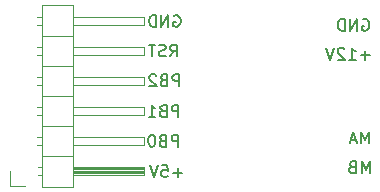
<source format=gbr>
%TF.GenerationSoftware,KiCad,Pcbnew,7.0.2-0*%
%TF.CreationDate,2023-04-20T17:34:09-07:00*%
%TF.ProjectId,RagGuard_V1,52616747-7561-4726-945f-56312e6b6963,rev?*%
%TF.SameCoordinates,Original*%
%TF.FileFunction,Legend,Bot*%
%TF.FilePolarity,Positive*%
%FSLAX46Y46*%
G04 Gerber Fmt 4.6, Leading zero omitted, Abs format (unit mm)*
G04 Created by KiCad (PCBNEW 7.0.2-0) date 2023-04-20 17:34:09*
%MOMM*%
%LPD*%
G01*
G04 APERTURE LIST*
%ADD10C,0.150000*%
%ADD11C,0.120000*%
G04 APERTURE END LIST*
D10*
X194710742Y-136092151D02*
X194710742Y-135092151D01*
X194710742Y-135092151D02*
X194329790Y-135092151D01*
X194329790Y-135092151D02*
X194234552Y-135139770D01*
X194234552Y-135139770D02*
X194186933Y-135187389D01*
X194186933Y-135187389D02*
X194139314Y-135282627D01*
X194139314Y-135282627D02*
X194139314Y-135425484D01*
X194139314Y-135425484D02*
X194186933Y-135520722D01*
X194186933Y-135520722D02*
X194234552Y-135568341D01*
X194234552Y-135568341D02*
X194329790Y-135615960D01*
X194329790Y-135615960D02*
X194710742Y-135615960D01*
X193377409Y-135568341D02*
X193234552Y-135615960D01*
X193234552Y-135615960D02*
X193186933Y-135663579D01*
X193186933Y-135663579D02*
X193139314Y-135758817D01*
X193139314Y-135758817D02*
X193139314Y-135901674D01*
X193139314Y-135901674D02*
X193186933Y-135996912D01*
X193186933Y-135996912D02*
X193234552Y-136044532D01*
X193234552Y-136044532D02*
X193329790Y-136092151D01*
X193329790Y-136092151D02*
X193710742Y-136092151D01*
X193710742Y-136092151D02*
X193710742Y-135092151D01*
X193710742Y-135092151D02*
X193377409Y-135092151D01*
X193377409Y-135092151D02*
X193282171Y-135139770D01*
X193282171Y-135139770D02*
X193234552Y-135187389D01*
X193234552Y-135187389D02*
X193186933Y-135282627D01*
X193186933Y-135282627D02*
X193186933Y-135377865D01*
X193186933Y-135377865D02*
X193234552Y-135473103D01*
X193234552Y-135473103D02*
X193282171Y-135520722D01*
X193282171Y-135520722D02*
X193377409Y-135568341D01*
X193377409Y-135568341D02*
X193710742Y-135568341D01*
X192758361Y-135187389D02*
X192710742Y-135139770D01*
X192710742Y-135139770D02*
X192615504Y-135092151D01*
X192615504Y-135092151D02*
X192377409Y-135092151D01*
X192377409Y-135092151D02*
X192282171Y-135139770D01*
X192282171Y-135139770D02*
X192234552Y-135187389D01*
X192234552Y-135187389D02*
X192186933Y-135282627D01*
X192186933Y-135282627D02*
X192186933Y-135377865D01*
X192186933Y-135377865D02*
X192234552Y-135520722D01*
X192234552Y-135520722D02*
X192805980Y-136092151D01*
X192805980Y-136092151D02*
X192186933Y-136092151D01*
X210839712Y-143442049D02*
X210839712Y-142442049D01*
X210839712Y-142442049D02*
X210506379Y-143156334D01*
X210506379Y-143156334D02*
X210173046Y-142442049D01*
X210173046Y-142442049D02*
X210173046Y-143442049D01*
X209363522Y-142918239D02*
X209220665Y-142965858D01*
X209220665Y-142965858D02*
X209173046Y-143013477D01*
X209173046Y-143013477D02*
X209125427Y-143108715D01*
X209125427Y-143108715D02*
X209125427Y-143251572D01*
X209125427Y-143251572D02*
X209173046Y-143346810D01*
X209173046Y-143346810D02*
X209220665Y-143394430D01*
X209220665Y-143394430D02*
X209315903Y-143442049D01*
X209315903Y-143442049D02*
X209696855Y-143442049D01*
X209696855Y-143442049D02*
X209696855Y-142442049D01*
X209696855Y-142442049D02*
X209363522Y-142442049D01*
X209363522Y-142442049D02*
X209268284Y-142489668D01*
X209268284Y-142489668D02*
X209220665Y-142537287D01*
X209220665Y-142537287D02*
X209173046Y-142632525D01*
X209173046Y-142632525D02*
X209173046Y-142727763D01*
X209173046Y-142727763D02*
X209220665Y-142823001D01*
X209220665Y-142823001D02*
X209268284Y-142870620D01*
X209268284Y-142870620D02*
X209363522Y-142918239D01*
X209363522Y-142918239D02*
X209696855Y-142918239D01*
X210238095Y-130425238D02*
X210333333Y-130377619D01*
X210333333Y-130377619D02*
X210476190Y-130377619D01*
X210476190Y-130377619D02*
X210619047Y-130425238D01*
X210619047Y-130425238D02*
X210714285Y-130520476D01*
X210714285Y-130520476D02*
X210761904Y-130615714D01*
X210761904Y-130615714D02*
X210809523Y-130806190D01*
X210809523Y-130806190D02*
X210809523Y-130949047D01*
X210809523Y-130949047D02*
X210761904Y-131139523D01*
X210761904Y-131139523D02*
X210714285Y-131234761D01*
X210714285Y-131234761D02*
X210619047Y-131330000D01*
X210619047Y-131330000D02*
X210476190Y-131377619D01*
X210476190Y-131377619D02*
X210380952Y-131377619D01*
X210380952Y-131377619D02*
X210238095Y-131330000D01*
X210238095Y-131330000D02*
X210190476Y-131282380D01*
X210190476Y-131282380D02*
X210190476Y-130949047D01*
X210190476Y-130949047D02*
X210380952Y-130949047D01*
X209761904Y-131377619D02*
X209761904Y-130377619D01*
X209761904Y-130377619D02*
X209190476Y-131377619D01*
X209190476Y-131377619D02*
X209190476Y-130377619D01*
X208714285Y-131377619D02*
X208714285Y-130377619D01*
X208714285Y-130377619D02*
X208476190Y-130377619D01*
X208476190Y-130377619D02*
X208333333Y-130425238D01*
X208333333Y-130425238D02*
X208238095Y-130520476D01*
X208238095Y-130520476D02*
X208190476Y-130615714D01*
X208190476Y-130615714D02*
X208142857Y-130806190D01*
X208142857Y-130806190D02*
X208142857Y-130949047D01*
X208142857Y-130949047D02*
X208190476Y-131139523D01*
X208190476Y-131139523D02*
X208238095Y-131234761D01*
X208238095Y-131234761D02*
X208333333Y-131330000D01*
X208333333Y-131330000D02*
X208476190Y-131377619D01*
X208476190Y-131377619D02*
X208714285Y-131377619D01*
X194638236Y-141206243D02*
X194638236Y-140206243D01*
X194638236Y-140206243D02*
X194257284Y-140206243D01*
X194257284Y-140206243D02*
X194162046Y-140253862D01*
X194162046Y-140253862D02*
X194114427Y-140301481D01*
X194114427Y-140301481D02*
X194066808Y-140396719D01*
X194066808Y-140396719D02*
X194066808Y-140539576D01*
X194066808Y-140539576D02*
X194114427Y-140634814D01*
X194114427Y-140634814D02*
X194162046Y-140682433D01*
X194162046Y-140682433D02*
X194257284Y-140730052D01*
X194257284Y-140730052D02*
X194638236Y-140730052D01*
X193304903Y-140682433D02*
X193162046Y-140730052D01*
X193162046Y-140730052D02*
X193114427Y-140777671D01*
X193114427Y-140777671D02*
X193066808Y-140872909D01*
X193066808Y-140872909D02*
X193066808Y-141015766D01*
X193066808Y-141015766D02*
X193114427Y-141111004D01*
X193114427Y-141111004D02*
X193162046Y-141158624D01*
X193162046Y-141158624D02*
X193257284Y-141206243D01*
X193257284Y-141206243D02*
X193638236Y-141206243D01*
X193638236Y-141206243D02*
X193638236Y-140206243D01*
X193638236Y-140206243D02*
X193304903Y-140206243D01*
X193304903Y-140206243D02*
X193209665Y-140253862D01*
X193209665Y-140253862D02*
X193162046Y-140301481D01*
X193162046Y-140301481D02*
X193114427Y-140396719D01*
X193114427Y-140396719D02*
X193114427Y-140491957D01*
X193114427Y-140491957D02*
X193162046Y-140587195D01*
X193162046Y-140587195D02*
X193209665Y-140634814D01*
X193209665Y-140634814D02*
X193304903Y-140682433D01*
X193304903Y-140682433D02*
X193638236Y-140682433D01*
X192447760Y-140206243D02*
X192352522Y-140206243D01*
X192352522Y-140206243D02*
X192257284Y-140253862D01*
X192257284Y-140253862D02*
X192209665Y-140301481D01*
X192209665Y-140301481D02*
X192162046Y-140396719D01*
X192162046Y-140396719D02*
X192114427Y-140587195D01*
X192114427Y-140587195D02*
X192114427Y-140825290D01*
X192114427Y-140825290D02*
X192162046Y-141015766D01*
X192162046Y-141015766D02*
X192209665Y-141111004D01*
X192209665Y-141111004D02*
X192257284Y-141158624D01*
X192257284Y-141158624D02*
X192352522Y-141206243D01*
X192352522Y-141206243D02*
X192447760Y-141206243D01*
X192447760Y-141206243D02*
X192542998Y-141158624D01*
X192542998Y-141158624D02*
X192590617Y-141111004D01*
X192590617Y-141111004D02*
X192638236Y-141015766D01*
X192638236Y-141015766D02*
X192685855Y-140825290D01*
X192685855Y-140825290D02*
X192685855Y-140587195D01*
X192685855Y-140587195D02*
X192638236Y-140396719D01*
X192638236Y-140396719D02*
X192590617Y-140301481D01*
X192590617Y-140301481D02*
X192542998Y-140253862D01*
X192542998Y-140253862D02*
X192447760Y-140206243D01*
X210807119Y-140932442D02*
X210807119Y-139932442D01*
X210807119Y-139932442D02*
X210473786Y-140646727D01*
X210473786Y-140646727D02*
X210140453Y-139932442D01*
X210140453Y-139932442D02*
X210140453Y-140932442D01*
X209711881Y-140646727D02*
X209235691Y-140646727D01*
X209807119Y-140932442D02*
X209473786Y-139932442D01*
X209473786Y-139932442D02*
X209140453Y-140932442D01*
X193942947Y-133567434D02*
X194276280Y-133091243D01*
X194514375Y-133567434D02*
X194514375Y-132567434D01*
X194514375Y-132567434D02*
X194133423Y-132567434D01*
X194133423Y-132567434D02*
X194038185Y-132615053D01*
X194038185Y-132615053D02*
X193990566Y-132662672D01*
X193990566Y-132662672D02*
X193942947Y-132757910D01*
X193942947Y-132757910D02*
X193942947Y-132900767D01*
X193942947Y-132900767D02*
X193990566Y-132996005D01*
X193990566Y-132996005D02*
X194038185Y-133043624D01*
X194038185Y-133043624D02*
X194133423Y-133091243D01*
X194133423Y-133091243D02*
X194514375Y-133091243D01*
X193561994Y-133519815D02*
X193419137Y-133567434D01*
X193419137Y-133567434D02*
X193181042Y-133567434D01*
X193181042Y-133567434D02*
X193085804Y-133519815D01*
X193085804Y-133519815D02*
X193038185Y-133472195D01*
X193038185Y-133472195D02*
X192990566Y-133376957D01*
X192990566Y-133376957D02*
X192990566Y-133281719D01*
X192990566Y-133281719D02*
X193038185Y-133186481D01*
X193038185Y-133186481D02*
X193085804Y-133138862D01*
X193085804Y-133138862D02*
X193181042Y-133091243D01*
X193181042Y-133091243D02*
X193371518Y-133043624D01*
X193371518Y-133043624D02*
X193466756Y-132996005D01*
X193466756Y-132996005D02*
X193514375Y-132948386D01*
X193514375Y-132948386D02*
X193561994Y-132853148D01*
X193561994Y-132853148D02*
X193561994Y-132757910D01*
X193561994Y-132757910D02*
X193514375Y-132662672D01*
X193514375Y-132662672D02*
X193466756Y-132615053D01*
X193466756Y-132615053D02*
X193371518Y-132567434D01*
X193371518Y-132567434D02*
X193133423Y-132567434D01*
X193133423Y-132567434D02*
X192990566Y-132615053D01*
X192704851Y-132567434D02*
X192133423Y-132567434D01*
X192419137Y-133567434D02*
X192419137Y-132567434D01*
X194264600Y-130099140D02*
X194359838Y-130051521D01*
X194359838Y-130051521D02*
X194502695Y-130051521D01*
X194502695Y-130051521D02*
X194645552Y-130099140D01*
X194645552Y-130099140D02*
X194740790Y-130194378D01*
X194740790Y-130194378D02*
X194788409Y-130289616D01*
X194788409Y-130289616D02*
X194836028Y-130480092D01*
X194836028Y-130480092D02*
X194836028Y-130622949D01*
X194836028Y-130622949D02*
X194788409Y-130813425D01*
X194788409Y-130813425D02*
X194740790Y-130908663D01*
X194740790Y-130908663D02*
X194645552Y-131003902D01*
X194645552Y-131003902D02*
X194502695Y-131051521D01*
X194502695Y-131051521D02*
X194407457Y-131051521D01*
X194407457Y-131051521D02*
X194264600Y-131003902D01*
X194264600Y-131003902D02*
X194216981Y-130956282D01*
X194216981Y-130956282D02*
X194216981Y-130622949D01*
X194216981Y-130622949D02*
X194407457Y-130622949D01*
X193788409Y-131051521D02*
X193788409Y-130051521D01*
X193788409Y-130051521D02*
X193216981Y-131051521D01*
X193216981Y-131051521D02*
X193216981Y-130051521D01*
X192740790Y-131051521D02*
X192740790Y-130051521D01*
X192740790Y-130051521D02*
X192502695Y-130051521D01*
X192502695Y-130051521D02*
X192359838Y-130099140D01*
X192359838Y-130099140D02*
X192264600Y-130194378D01*
X192264600Y-130194378D02*
X192216981Y-130289616D01*
X192216981Y-130289616D02*
X192169362Y-130480092D01*
X192169362Y-130480092D02*
X192169362Y-130622949D01*
X192169362Y-130622949D02*
X192216981Y-130813425D01*
X192216981Y-130813425D02*
X192264600Y-130908663D01*
X192264600Y-130908663D02*
X192359838Y-131003902D01*
X192359838Y-131003902D02*
X192502695Y-131051521D01*
X192502695Y-131051521D02*
X192740790Y-131051521D01*
X210854144Y-133455904D02*
X210092240Y-133455904D01*
X210473192Y-133836857D02*
X210473192Y-133074952D01*
X209092240Y-133836857D02*
X209663668Y-133836857D01*
X209377954Y-133836857D02*
X209377954Y-132836857D01*
X209377954Y-132836857D02*
X209473192Y-132979714D01*
X209473192Y-132979714D02*
X209568430Y-133074952D01*
X209568430Y-133074952D02*
X209663668Y-133122571D01*
X208711287Y-132932095D02*
X208663668Y-132884476D01*
X208663668Y-132884476D02*
X208568430Y-132836857D01*
X208568430Y-132836857D02*
X208330335Y-132836857D01*
X208330335Y-132836857D02*
X208235097Y-132884476D01*
X208235097Y-132884476D02*
X208187478Y-132932095D01*
X208187478Y-132932095D02*
X208139859Y-133027333D01*
X208139859Y-133027333D02*
X208139859Y-133122571D01*
X208139859Y-133122571D02*
X208187478Y-133265428D01*
X208187478Y-133265428D02*
X208758906Y-133836857D01*
X208758906Y-133836857D02*
X208139859Y-133836857D01*
X207854144Y-132836857D02*
X207520811Y-133836857D01*
X207520811Y-133836857D02*
X207187478Y-132836857D01*
X194654637Y-138672973D02*
X194654637Y-137672973D01*
X194654637Y-137672973D02*
X194273685Y-137672973D01*
X194273685Y-137672973D02*
X194178447Y-137720592D01*
X194178447Y-137720592D02*
X194130828Y-137768211D01*
X194130828Y-137768211D02*
X194083209Y-137863449D01*
X194083209Y-137863449D02*
X194083209Y-138006306D01*
X194083209Y-138006306D02*
X194130828Y-138101544D01*
X194130828Y-138101544D02*
X194178447Y-138149163D01*
X194178447Y-138149163D02*
X194273685Y-138196782D01*
X194273685Y-138196782D02*
X194654637Y-138196782D01*
X193321304Y-138149163D02*
X193178447Y-138196782D01*
X193178447Y-138196782D02*
X193130828Y-138244401D01*
X193130828Y-138244401D02*
X193083209Y-138339639D01*
X193083209Y-138339639D02*
X193083209Y-138482496D01*
X193083209Y-138482496D02*
X193130828Y-138577734D01*
X193130828Y-138577734D02*
X193178447Y-138625354D01*
X193178447Y-138625354D02*
X193273685Y-138672973D01*
X193273685Y-138672973D02*
X193654637Y-138672973D01*
X193654637Y-138672973D02*
X193654637Y-137672973D01*
X193654637Y-137672973D02*
X193321304Y-137672973D01*
X193321304Y-137672973D02*
X193226066Y-137720592D01*
X193226066Y-137720592D02*
X193178447Y-137768211D01*
X193178447Y-137768211D02*
X193130828Y-137863449D01*
X193130828Y-137863449D02*
X193130828Y-137958687D01*
X193130828Y-137958687D02*
X193178447Y-138053925D01*
X193178447Y-138053925D02*
X193226066Y-138101544D01*
X193226066Y-138101544D02*
X193321304Y-138149163D01*
X193321304Y-138149163D02*
X193654637Y-138149163D01*
X192130828Y-138672973D02*
X192702256Y-138672973D01*
X192416542Y-138672973D02*
X192416542Y-137672973D01*
X192416542Y-137672973D02*
X192511780Y-137815830D01*
X192511780Y-137815830D02*
X192607018Y-137911068D01*
X192607018Y-137911068D02*
X192702256Y-137958687D01*
X194958928Y-143392728D02*
X194197024Y-143392728D01*
X194577976Y-143773681D02*
X194577976Y-143011776D01*
X193244643Y-142773681D02*
X193720833Y-142773681D01*
X193720833Y-142773681D02*
X193768452Y-143249871D01*
X193768452Y-143249871D02*
X193720833Y-143202252D01*
X193720833Y-143202252D02*
X193625595Y-143154633D01*
X193625595Y-143154633D02*
X193387500Y-143154633D01*
X193387500Y-143154633D02*
X193292262Y-143202252D01*
X193292262Y-143202252D02*
X193244643Y-143249871D01*
X193244643Y-143249871D02*
X193197024Y-143345109D01*
X193197024Y-143345109D02*
X193197024Y-143583204D01*
X193197024Y-143583204D02*
X193244643Y-143678442D01*
X193244643Y-143678442D02*
X193292262Y-143726062D01*
X193292262Y-143726062D02*
X193387500Y-143773681D01*
X193387500Y-143773681D02*
X193625595Y-143773681D01*
X193625595Y-143773681D02*
X193720833Y-143726062D01*
X193720833Y-143726062D02*
X193768452Y-143678442D01*
X192911309Y-142773681D02*
X192577976Y-143773681D01*
X192577976Y-143773681D02*
X192244643Y-142773681D01*
D11*
%TO.C,J4*%
X180370422Y-143263047D02*
X180370422Y-144533047D01*
X180370422Y-144533047D02*
X181640422Y-144533047D01*
X182683351Y-130183047D02*
X183080422Y-130183047D01*
X182683351Y-130943047D02*
X183080422Y-130943047D01*
X182683351Y-132723047D02*
X183080422Y-132723047D01*
X182683351Y-133483047D02*
X183080422Y-133483047D01*
X182683351Y-135263047D02*
X183080422Y-135263047D01*
X182683351Y-136023047D02*
X183080422Y-136023047D01*
X182683351Y-137803047D02*
X183080422Y-137803047D01*
X182683351Y-138563047D02*
X183080422Y-138563047D01*
X182683351Y-140343047D02*
X183080422Y-140343047D01*
X182683351Y-141103047D02*
X183080422Y-141103047D01*
X182750422Y-142883047D02*
X183080422Y-142883047D01*
X182750422Y-143643047D02*
X183080422Y-143643047D01*
X183080422Y-129233047D02*
X185740422Y-129233047D01*
X183080422Y-131833047D02*
X185740422Y-131833047D01*
X183080422Y-134373047D02*
X185740422Y-134373047D01*
X183080422Y-136913047D02*
X185740422Y-136913047D01*
X183080422Y-139453047D02*
X185740422Y-139453047D01*
X183080422Y-141993047D02*
X185740422Y-141993047D01*
X183080422Y-144593047D02*
X183080422Y-129233047D01*
X185740422Y-129233047D02*
X185740422Y-144593047D01*
X185740422Y-130943047D02*
X191740422Y-130943047D01*
X185740422Y-133483047D02*
X191740422Y-133483047D01*
X185740422Y-136023047D02*
X191740422Y-136023047D01*
X185740422Y-138563047D02*
X191740422Y-138563047D01*
X185740422Y-141103047D02*
X191740422Y-141103047D01*
X185740422Y-142983047D02*
X191740422Y-142983047D01*
X185740422Y-143103047D02*
X191740422Y-143103047D01*
X185740422Y-143223047D02*
X191740422Y-143223047D01*
X185740422Y-143343047D02*
X191740422Y-143343047D01*
X185740422Y-143463047D02*
X191740422Y-143463047D01*
X185740422Y-143583047D02*
X191740422Y-143583047D01*
X185740422Y-143643047D02*
X191740422Y-143643047D01*
X185740422Y-144593047D02*
X183080422Y-144593047D01*
X191740422Y-130183047D02*
X185740422Y-130183047D01*
X191740422Y-130943047D02*
X191740422Y-130183047D01*
X191740422Y-132723047D02*
X185740422Y-132723047D01*
X191740422Y-133483047D02*
X191740422Y-132723047D01*
X191740422Y-135263047D02*
X185740422Y-135263047D01*
X191740422Y-136023047D02*
X191740422Y-135263047D01*
X191740422Y-137803047D02*
X185740422Y-137803047D01*
X191740422Y-138563047D02*
X191740422Y-137803047D01*
X191740422Y-140343047D02*
X185740422Y-140343047D01*
X191740422Y-141103047D02*
X191740422Y-140343047D01*
X191740422Y-142883047D02*
X185740422Y-142883047D01*
X191740422Y-143643047D02*
X191740422Y-142883047D01*
%TD*%
M02*

</source>
